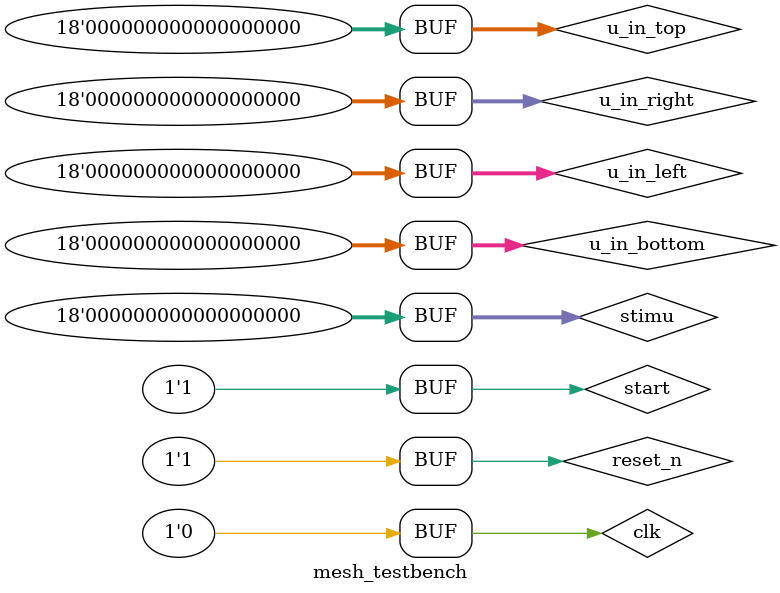
<source format=v>
`timescale 1ns /100ps

module mesh_testbench ();

	reg clk, reset_n, start;
	reg  [17:0] stimu;
	wire [17:0] u_in_left;
	wire [17:0] u_in_right;
	wire [17:0] u_in_bottom;
	wire [17:0] u_in_top;
	wire [17:0] node_out;
	wire [17:0] mesh_out;


	///////////////////////////////////////////////////////
	// NODE
	///////////////////////////////////////////////////////

	sound_node sound_node_i_0 (
	.clk         (clk),
	.reset_n     (reset_n),
	.start       (start),
	.stimu       (stimu),
	.u_in_left   (u_in_left),
	.u_in_right  (u_in_right),
	.u_in_bottom (u_in_bottom),
	.u_in_top    (u_in_top),
	.u_out		 (node_out)
	);
	assign u_in_top    = 18'b0;
	assign u_in_bottom = 18'b0;
	assign u_in_right  = 18'b0;
	assign u_in_left   = 18'b0;



	///////////////////////////////////////////////////////
	// MESH
	///////////////////////////////////////////////////////
	mesh mesh_i_0 (
	.clk         (clk),
	.reset_n     (reset_n),
	.start       (start),
	.stimu       (stimu),
	.mesh_out	 (mesh_out)
	);
	defparam mesh_i_0.N_SIZE = 8;

	// fixed point calculator 
	//http://www.rfwireless-world.com/calculators/floating-vs-fixed-point-converter.html

	always begin
		clk = 1; #5; clk = 0; #5;
	end

	// always begin
	// 	start = 1; #10; start = 0; #10;
	// end

	initial begin
		clk          = 0;
		reset_n      = 0;
		stimu        = 18'h0_3D00; //max 18'h0_3D00
		start        = 1;
		#5; reset_n  = 1;
		#30; stimu   = 18'h0; 
		// #4500; stimu = 18'h0_199A; 
		#60; stimu   = 18'h0;
	end

endmodule
</source>
